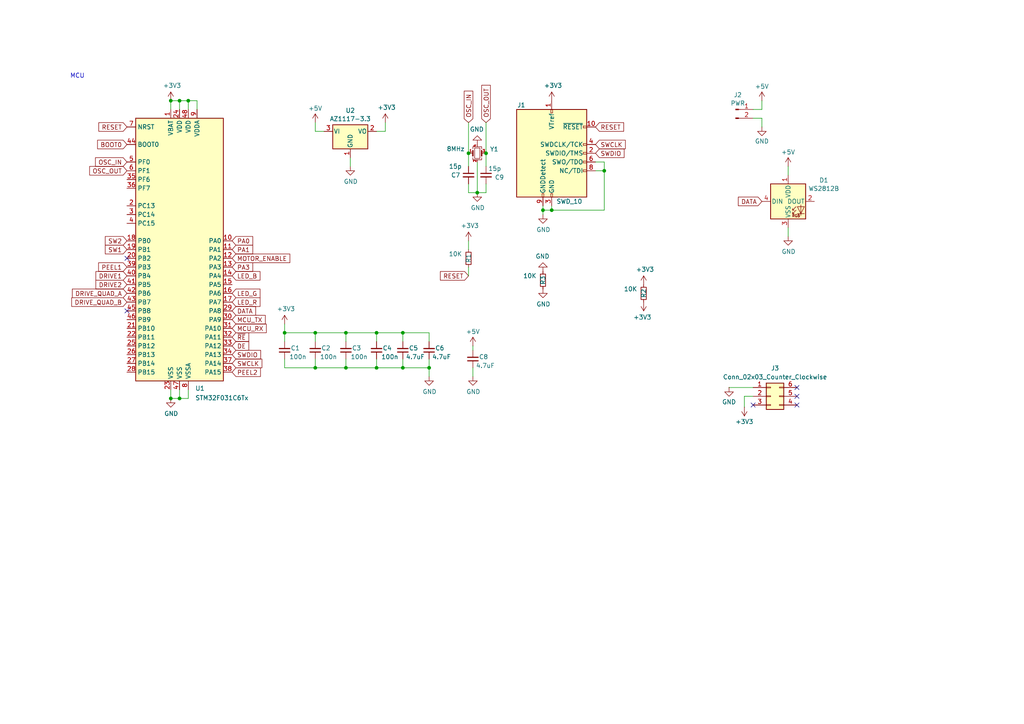
<source format=kicad_sch>
(kicad_sch (version 20231120) (generator "eeschema") (generator_version "8.0")
  (paper "A4")
  (lib_symbols
    (symbol "+3V3_1" (power) (pin_numbers hide) (pin_names (offset 0) hide)
      (property "Value" "+3V3" (at 0 3.556 0))
      (symbol "+3V3_1_0_1"
        (polyline (pts (xy -0.762 1.27) (xy 0 2.54)))
        (polyline (pts (xy 0 0) (xy 0 2.54)))
        (polyline (pts (xy 0 2.54) (xy 0.762 1.27)))
      )
      (symbol "+3V3_1_1_1"
        (pin power_in line (at 0 0 90) (length 0) (name "~") (number "1"))
      )
    )
    (symbol "Connector:Conn_01x02_Pin" (pin_names (offset 1.016) hide)
      (property "Reference" "J" (at 0 2.54 0))
      (property "Value" "Conn_01x02_Pin" (at 0 -5.08 0))
      (symbol "Conn_01x02_Pin_1_1"
        (polyline (pts (xy 1.27 -2.54) (xy 0.8636 -2.54)) (stroke (width 0.1524)))
        (polyline (pts (xy 1.27 0) (xy 0.8636 0)) (stroke (width 0.1524)))
        (rectangle (start 0.8636 -2.413) (end 0 -2.667) (stroke (width 0.1524)) (fill (type outline)))
        (rectangle (start 0.8636 0.127) (end 0 -0.127) (stroke (width 0.1524)) (fill (type outline)))
        (pin passive line (at 5.08 0 180) (length 3.81) (name "Pin_1") (number "1"))
        (pin passive line (at 5.08 -2.54 180) (length 3.81) (name "Pin_2") (number "2"))
      )
    )
    (symbol "Connector:Conn_ARM_JTAG_SWD_10" (pin_names (offset 1.016))
      (property "Reference" "J" (at -2.54 16.51 0))
      (property "Value" "Conn_ARM_JTAG_SWD_10" (at -2.54 13.97 0))
      (symbol "Conn_ARM_JTAG_SWD_10_0_1"
        (rectangle (start -10.16 12.7) (end 10.16 -12.7) (stroke (width 0.254)) (fill (type background)))
        (rectangle (start -2.794 -12.7) (end -2.286 -11.684))
        (rectangle (start -0.254 -12.7) (end 0.254 -11.684))
        (rectangle (start -0.254 12.7) (end 0.254 11.684))
        (rectangle (start 9.144 2.286) (end 10.16 2.794))
        (rectangle (start 10.16 -2.794) (end 9.144 -2.286))
        (rectangle (start 10.16 -0.254) (end 9.144 0.254))
        (rectangle (start 10.16 7.874) (end 9.144 7.366))
      )
      (symbol "Conn_ARM_JTAG_SWD_10_1_1"
        (rectangle (start 9.144 -5.334) (end 10.16 -4.826))
        (pin power_in line (at 0 15.24 270) (length 2.54) (name "VTref") (number "1"))
        (pin open_collector line (at 12.7 7.62 180) (length 2.54) (name "~{RESET}") (number "10"))
        (pin bidirectional line (at 12.7 0 180) (length 2.54) (name "SWDIO/TMS") (number "2"))
        (pin power_in line (at 0 -15.24 90) (length 2.54) (name "GND") (number "3"))
        (pin output line (at 12.7 2.54 180) (length 2.54) (name "SWDCLK/TCK") (number "4"))
        (pin passive line (at 0 -15.24 90) (length 2.54) hide (name "GND") (number "5"))
        (pin input line (at 12.7 -2.54 180) (length 2.54) (name "SWO/TDO") (number "6"))
        (pin no_connect line (at -10.16 0 0) (length 2.54) hide (name "KEY") (number "7"))
        (pin output line (at 12.7 -5.08 180) (length 2.54) (name "NC/TDI") (number "8"))
        (pin passive line (at -2.54 -15.24 90) (length 2.54) (name "GNDDetect") (number "9"))
      )
    )
    (symbol "Connector_Generic:Conn_02x03_Counter_Clockwise" (pin_names (offset 1.016) hide)
      (property "Reference" "J" (at 1.27 5.08 0))
      (property "Value" "Conn_02x03_Counter_Clockwise" (at 1.27 -5.08 0))
      (symbol "Conn_02x03_Counter_Clockwise_1_1"
        (rectangle (start -1.27 -2.413) (end 0 -2.667) (stroke (width 0.1524)))
        (rectangle (start -1.27 0.127) (end 0 -0.127) (stroke (width 0.1524)))
        (rectangle (start -1.27 2.667) (end 0 2.413) (stroke (width 0.1524)))
        (rectangle (start -1.27 3.81) (end 3.81 -3.81) (stroke (width 0.254)) (fill (type background)))
        (rectangle (start 3.81 -2.413) (end 2.54 -2.667) (stroke (width 0.1524)))
        (rectangle (start 3.81 0.127) (end 2.54 -0.127) (stroke (width 0.1524)))
        (rectangle (start 3.81 2.667) (end 2.54 2.413) (stroke (width 0.1524)))
        (pin passive line (at -5.08 2.54 0) (length 3.81) (name "Pin_1") (number "1"))
        (pin passive line (at -5.08 0 0) (length 3.81) (name "Pin_2") (number "2"))
        (pin passive line (at -5.08 -2.54 0) (length 3.81) (name "Pin_3") (number "3"))
        (pin passive line (at 7.62 -2.54 180) (length 3.81) (name "Pin_4") (number "4"))
        (pin passive line (at 7.62 0 180) (length 3.81) (name "Pin_5") (number "5"))
        (pin passive line (at 7.62 2.54 180) (length 3.81) (name "Pin_6") (number "6"))
      )
    )
    (symbol "Device:C_Small" (pin_numbers hide) (pin_names (offset 0.254) hide)
      (property "Reference" "C" (at 0.254 1.778 0))
      (property "Value" "C_Small" (at 0.254 -2.032 0))
      (symbol "C_Small_0_1"
        (polyline (pts (xy -1.524 -0.508) (xy 1.524 -0.508)) (stroke (width 0.3302)))
        (polyline (pts (xy -1.524 0.508) (xy 1.524 0.508)) (stroke (width 0.3048)))
      )
      (symbol "C_Small_1_1"
        (pin passive line (at 0 2.54 270) (length 2.032) (name "~") (number "1"))
        (pin passive line (at 0 -2.54 90) (length 2.032) (name "~") (number "2"))
      )
    )
    (symbol "Device:Crystal_GND24_Small" (pin_names (offset 1.016) hide)
      (property "Reference" "Y" (at 1.27 4.445 0))
      (property "Value" "Crystal_GND24_Small" (at 1.27 2.54 0))
      (symbol "Crystal_GND24_Small_0_1"
        (rectangle (start -0.762 -1.524) (end 0.762 1.524))
        (polyline (pts (xy -1.27 -0.762) (xy -1.27 0.762)) (stroke (width 0.381)))
        (polyline (pts (xy 1.27 -0.762) (xy 1.27 0.762)) (stroke (width 0.381)))
        (polyline (pts (xy -1.27 -1.27) (xy -1.27 -1.905) (xy 1.27 -1.905) (xy 1.27 -1.27)))
        (polyline (pts (xy -1.27 1.27) (xy -1.27 1.905) (xy 1.27 1.905) (xy 1.27 1.27)))
      )
      (symbol "Crystal_GND24_Small_1_1"
        (pin passive line (at -2.54 0 0) (length 1.27) (name "1") (number "1"))
        (pin passive line (at 0 -2.54 90) (length 0.635) (name "2") (number "2"))
        (pin passive line (at 2.54 0 180) (length 1.27) (name "3") (number "3"))
        (pin passive line (at 0 2.54 270) (length 0.635) (name "4") (number "4"))
      )
    )
    (symbol "Device:R_Small" (pin_numbers hide) (pin_names (offset 0.254) hide)
      (property "Reference" "R" (at 0.762 0.508 0))
      (property "Value" "R_Small" (at 0.762 -1.016 0))
      (symbol "R_Small_0_1"
        (rectangle (start -0.762 1.778) (end 0.762 -1.778) (stroke (width 0.2032)))
      )
      (symbol "R_Small_1_1"
        (pin passive line (at 0 2.54 270) (length 0.762) (name "~") (number "1"))
        (pin passive line (at 0 -2.54 90) (length 0.762) (name "~") (number "2"))
      )
    )
    (symbol "GND_1" (power) (pin_numbers hide) (pin_names (offset 0) hide)
      (property "Value" "GND" (at 0 -3.81 0))
      (symbol "GND_1_0_1"
        (polyline (pts (xy 0 0) (xy 0 -1.27) (xy 1.27 -1.27) (xy 0 -2.54) (xy -1.27 -1.27) (xy 0 -1.27)))
      )
      (symbol "GND_1_1_1"
        (pin power_in line (at 0 0 270) (length 0) (name "~") (number "1"))
      )
    )
    (symbol "GND_2" (power) (pin_numbers hide) (pin_names (offset 0) hide)
      (property "Value" "GND" (at 0 -3.81 0))
      (symbol "GND_2_0_1"
        (polyline (pts (xy 0 0) (xy 0 -1.27) (xy 1.27 -1.27) (xy 0 -2.54) (xy -1.27 -1.27) (xy 0 -1.27)))
      )
      (symbol "GND_2_1_1"
        (pin power_in line (at 0 0 270) (length 0) (name "~") (number "1"))
      )
    )
    (symbol "LED:WS2812B" (pin_names (offset 0.254))
      (property "Reference" "D" (at 5.08 5.715 0))
      (property "Value" "WS2812B" (at 1.27 -5.715 0))
      (symbol "WS2812B_0_0"
        (text "RGB" (at 2.286 -4.191 0) (effects (font (size 0.762 0.762))))
      )
      (symbol "WS2812B_0_1"
        (polyline (pts (xy 1.27 -3.556) (xy 1.778 -3.556)))
        (polyline (pts (xy 1.27 -2.54) (xy 1.778 -2.54)))
        (polyline (pts (xy 4.699 -3.556) (xy 2.667 -3.556)))
        (polyline (pts (xy 2.286 -2.54) (xy 1.27 -3.556) (xy 1.27 -3.048)))
        (polyline (pts (xy 2.286 -1.524) (xy 1.27 -2.54) (xy 1.27 -2.032)))
        (polyline (pts (xy 3.683 -1.016) (xy 3.683 -3.556) (xy 3.683 -4.064)))
        (polyline (pts (xy 4.699 -1.524) (xy 2.667 -1.524) (xy 3.683 -3.556) (xy 4.699 -1.524)))
        (rectangle (start 5.08 5.08) (end -5.08 -5.08) (stroke (width 0.254)) (fill (type background)))
      )
      (symbol "WS2812B_1_1"
        (pin power_in line (at 0 7.62 270) (length 2.54) (name "VDD") (number "1"))
        (pin output line (at 7.62 0 180) (length 2.54) (name "DOUT") (number "2"))
        (pin power_in line (at 0 -7.62 90) (length 2.54) (name "VSS") (number "3"))
        (pin input line (at -7.62 0 0) (length 2.54) (name "DIN") (number "4"))
      )
    )
    (symbol "MCU_ST_STM32F0:STM32F031C6Tx"
      (property "Reference" "U" (at -12.7 39.37 0))
      (property "Value" "STM32F031C6Tx" (at 7.62 39.37 0))
      (symbol "STM32F031C6Tx_0_1"
        (rectangle (start -12.7 -38.1) (end 12.7 38.1) (stroke (width 0.254)) (fill (type background)))
      )
      (symbol "STM32F031C6Tx_1_1"
        (pin power_in line (at -2.54 40.64 270) (length 2.54) (name "VBAT") (number "1"))
        (pin bidirectional line (at 15.24 2.54 180) (length 2.54) (name "PA0") (number "10"))
        (pin bidirectional line (at 15.24 0 180) (length 2.54) (name "PA1") (number "11"))
        (pin bidirectional line (at 15.24 -2.54 180) (length 2.54) (name "PA2") (number "12"))
        (pin bidirectional line (at 15.24 -5.08 180) (length 2.54) (name "PA3") (number "13"))
        (pin bidirectional line (at 15.24 -7.62 180) (length 2.54) (name "PA4") (number "14"))
        (pin bidirectional line (at 15.24 -10.16 180) (length 2.54) (name "PA5") (number "15"))
        (pin bidirectional line (at 15.24 -12.7 180) (length 2.54) (name "PA6") (number "16"))
        (pin bidirectional line (at 15.24 -15.24 180) (length 2.54) (name "PA7") (number "17"))
        (pin bidirectional line (at -15.24 2.54 0) (length 2.54) (name "PB0") (number "18"))
        (pin bidirectional line (at -15.24 0 0) (length 2.54) (name "PB1") (number "19"))
        (pin bidirectional line (at -15.24 12.7 0) (length 2.54) (name "PC13") (number "2"))
        (pin bidirectional line (at -15.24 -2.54 0) (length 2.54) (name "PB2") (number "20"))
        (pin bidirectional line (at -15.24 -22.86 0) (length 2.54) (name "PB10") (number "21"))
        (pin bidirectional line (at -15.24 -25.4 0) (length 2.54) (name "PB11") (number "22"))
        (pin power_in line (at -2.54 -40.64 90) (length 2.54) (name "VSS") (number "23"))
        (pin power_in line (at 0 40.64 270) (length 2.54) (name "VDD") (number "24"))
        (pin bidirectional line (at -15.24 -27.94 0) (length 2.54) (name "PB12") (number "25"))
        (pin bidirectional line (at -15.24 -30.48 0) (length 2.54) (name "PB13") (number "26"))
        (pin bidirectional line (at -15.24 -33.02 0) (length 2.54) (name "PB14") (number "27"))
        (pin bidirectional line (at -15.24 -35.56 0) (length 2.54) (name "PB15") (number "28"))
        (pin bidirectional line (at 15.24 -17.78 180) (length 2.54) (name "PA8") (number "29"))
        (pin bidirectional line (at -15.24 10.16 0) (length 2.54) (name "PC14") (number "3"))
        (pin bidirectional line (at 15.24 -20.32 180) (length 2.54) (name "PA9") (number "30"))
        (pin bidirectional line (at 15.24 -22.86 180) (length 2.54) (name "PA10") (number "31"))
        (pin bidirectional line (at 15.24 -25.4 180) (length 2.54) (name "PA11") (number "32"))
        (pin bidirectional line (at 15.24 -27.94 180) (length 2.54) (name "PA12") (number "33"))
        (pin bidirectional line (at 15.24 -30.48 180) (length 2.54) (name "PA13") (number "34"))
        (pin bidirectional line (at -15.24 20.32 0) (length 2.54) (name "PF6") (number "35"))
        (pin bidirectional line (at -15.24 17.78 0) (length 2.54) (name "PF7") (number "36"))
        (pin bidirectional line (at 15.24 -33.02 180) (length 2.54) (name "PA14") (number "37"))
        (pin bidirectional line (at 15.24 -35.56 180) (length 2.54) (name "PA15") (number "38"))
        (pin bidirectional line (at -15.24 -5.08 0) (length 2.54) (name "PB3") (number "39"))
        (pin bidirectional line (at -15.24 7.62 0) (length 2.54) (name "PC15") (number "4"))
        (pin bidirectional line (at -15.24 -7.62 0) (length 2.54) (name "PB4") (number "40"))
        (pin bidirectional line (at -15.24 -10.16 0) (length 2.54) (name "PB5") (number "41"))
        (pin bidirectional line (at -15.24 -12.7 0) (length 2.54) (name "PB6") (number "42"))
        (pin bidirectional line (at -15.24 -15.24 0) (length 2.54) (name "PB7") (number "43"))
        (pin input line (at -15.24 30.48 0) (length 2.54) (name "BOOT0") (number "44"))
        (pin bidirectional line (at -15.24 -17.78 0) (length 2.54) (name "PB8") (number "45"))
        (pin bidirectional line (at -15.24 -20.32 0) (length 2.54) (name "PB9") (number "46"))
        (pin power_in line (at 0 -40.64 90) (length 2.54) (name "VSS") (number "47"))
        (pin power_in line (at 2.54 40.64 270) (length 2.54) (name "VDD") (number "48"))
        (pin input line (at -15.24 25.4 0) (length 2.54) (name "PF0") (number "5"))
        (pin input line (at -15.24 22.86 0) (length 2.54) (name "PF1") (number "6"))
        (pin input line (at -15.24 35.56 0) (length 2.54) (name "NRST") (number "7"))
        (pin power_in line (at 2.54 -40.64 90) (length 2.54) (name "VSSA") (number "8"))
        (pin power_in line (at 5.08 40.64 270) (length 2.54) (name "VDDA") (number "9"))
      )
    )
    (symbol "Regulator_Linear:AZ1117-3.3" (pin_names (offset 0.254))
      (property "Reference" "U" (at -3.81 3.175 0))
      (property "Value" "AZ1117-3.3" (at 0 3.175 0))
      (symbol "AZ1117-3.3_0_1"
        (rectangle (start -5.08 1.905) (end 5.08 -5.08) (stroke (width 0.254)) (fill (type background)))
      )
      (symbol "AZ1117-3.3_1_1"
        (pin power_in line (at 0 -7.62 90) (length 2.54) (name "GND") (number "1"))
        (pin power_out line (at 7.62 0 180) (length 2.54) (name "VO") (number "2"))
        (pin power_in line (at -7.62 0 0) (length 2.54) (name "VI") (number "3"))
      )
    )
    (symbol "power:+3V3" (power) (pin_names (offset 0))
      (property "Value" "+3V3" (at 0 3.556 0))
      (symbol "+3V3_0_1"
        (polyline (pts (xy -0.762 1.27) (xy 0 2.54)))
        (polyline (pts (xy 0 0) (xy 0 2.54)))
        (polyline (pts (xy 0 2.54) (xy 0.762 1.27)))
      )
      (symbol "+3V3_1_1"
        (pin power_in line (at 0 0 90) (length 0) hide (name "+3V3") (number "1"))
      )
    )
    (symbol "power:+5V" (power) (pin_numbers hide) (pin_names (offset 0) hide)
      (property "Value" "+5V" (at 0 3.556 0))
      (symbol "+5V_0_1"
        (polyline (pts (xy -0.762 1.27) (xy 0 2.54)))
        (polyline (pts (xy 0 0) (xy 0 2.54)))
        (polyline (pts (xy 0 2.54) (xy 0.762 1.27)))
      )
      (symbol "+5V_1_1"
        (pin power_in line (at 0 0 90) (length 0) (name "~") (number "1"))
      )
    )
    (symbol "power:GND" (power) (pin_names (offset 0))
      (property "Value" "GND" (at 0 -3.81 0))
      (symbol "GND_0_1"
        (polyline (pts (xy 0 0) (xy 0 -1.27) (xy 1.27 -1.27) (xy 0 -2.54) (xy -1.27 -1.27) (xy 0 -1.27)))
      )
      (symbol "GND_1_1"
        (pin power_in line (at 0 0 270) (length 0) hide (name "GND") (number "1"))
      )
    )
  )
  (junction (at 116.84 96.52))
  (junction (at 160.02 60.96))
  (junction (at 175.26 49.53))
  (junction (at 91.44 106.68))
  (junction (at 109.22 106.68))
  (junction (at 52.07 29.21))
  (junction (at 82.55 96.52))
  (junction (at 54.61 29.21))
  (junction (at 52.07 115.57))
  (junction (at 138.43 55.88))
  (junction (at 100.33 96.52))
  (junction (at 49.53 29.21))
  (junction (at 100.33 106.68))
  (junction (at 116.84 106.68))
  (junction (at 157.48 60.96))
  (junction (at 124.46 106.68))
  (junction (at 91.44 96.52))
  (junction (at 109.22 96.52))
  (junction (at 49.53 115.57))
  (junction (at 140.97 44.45))
  (junction (at 135.89 44.45))
  (no_connect (at 36.83 74.93))
  (no_connect (at 218.44 117.475))
  (no_connect (at 231.14 114.935))
  (no_connect (at 231.14 117.475))
  (no_connect (at 36.83 90.17))
  (no_connect (at 231.14 112.395))
  (wire (pts (xy 109.22 96.52) (xy 109.22 99.06)))
  (wire (pts (xy 91.44 96.52) (xy 91.44 99.06)))
  (wire (pts (xy 82.55 104.14) (xy 82.55 106.68)))
  (wire (pts (xy 218.44 114.935) (xy 215.9 114.935)))
  (wire (pts (xy 91.44 96.52) (xy 82.55 96.52)))
  (wire (pts (xy 160.02 60.96) (xy 175.26 60.96)))
  (wire (pts (xy 52.07 29.21) (xy 52.07 31.75)))
  (wire (pts (xy 91.44 104.14) (xy 91.44 106.68)))
  (wire (pts (xy 124.46 99.06) (xy 124.46 96.52)))
  (wire (pts (xy 57.15 29.21) (xy 54.61 29.21)))
  (wire (pts (xy 54.61 113.03) (xy 54.61 115.57)))
  (wire (pts (xy 100.33 96.52) (xy 91.44 96.52)))
  (wire (pts (xy 93.98 38.1) (xy 91.44 38.1)))
  (wire (pts (xy 49.53 113.03) (xy 49.53 115.57)))
  (wire (pts (xy 124.46 96.52) (xy 116.84 96.52)))
  (wire (pts (xy 116.84 106.68) (xy 124.46 106.68)))
  (wire (pts (xy 215.9 114.935) (xy 215.9 118.11)))
  (wire (pts (xy 91.44 106.68) (xy 100.33 106.68)))
  (wire (pts (xy 137.16 106.68) (xy 137.16 109.22)))
  (wire (pts (xy 157.48 60.96) (xy 157.48 59.69)))
  (wire (pts (xy 140.97 55.88) (xy 140.97 53.34)))
  (wire (pts (xy 116.84 104.14) (xy 116.84 106.68)))
  (wire (pts (xy 109.22 96.52) (xy 100.33 96.52)))
  (wire (pts (xy 52.07 29.21) (xy 49.53 29.21)))
  (wire (pts (xy 49.53 29.21) (xy 49.53 31.75)))
  (wire (pts (xy 100.33 96.52) (xy 100.33 99.06)))
  (wire (pts (xy 175.26 46.99) (xy 175.26 49.53)))
  (wire (pts (xy 109.22 38.1) (xy 111.76 38.1)))
  (wire (pts (xy 220.98 34.29) (xy 220.98 36.83)))
  (wire (pts (xy 124.46 104.14) (xy 124.46 106.68)))
  (wire (pts (xy 111.76 38.1) (xy 111.76 35.56)))
  (wire (pts (xy 228.6 48.26) (xy 228.6 50.8)))
  (wire (pts (xy 124.46 106.68) (xy 124.46 109.22)))
  (wire (pts (xy 52.07 113.03) (xy 52.07 115.57)))
  (wire (pts (xy 140.97 48.26) (xy 140.97 44.45)))
  (wire (pts (xy 157.48 62.23) (xy 157.48 60.96)))
  (wire (pts (xy 116.84 96.52) (xy 116.84 99.06)))
  (wire (pts (xy 138.43 46.99) (xy 138.43 55.88)))
  (wire (pts (xy 220.98 31.75) (xy 220.98 29.21)))
  (wire (pts (xy 172.72 49.53) (xy 175.26 49.53)))
  (wire (pts (xy 228.6 66.04) (xy 228.6 68.58)))
  (wire (pts (xy 52.07 115.57) (xy 49.53 115.57)))
  (wire (pts (xy 82.55 96.52) (xy 82.55 93.98)))
  (wire (pts (xy 140.97 55.88) (xy 138.43 55.88)))
  (wire (pts (xy 100.33 106.68) (xy 109.22 106.68)))
  (wire (pts (xy 101.6 45.72) (xy 101.6 48.26)))
  (wire (pts (xy 135.89 55.88) (xy 135.89 53.34)))
  (wire (pts (xy 91.44 38.1) (xy 91.44 35.56)))
  (wire (pts (xy 109.22 104.14) (xy 109.22 106.68)))
  (wire (pts (xy 175.26 49.53) (xy 175.26 60.96)))
  (wire (pts (xy 135.89 35.56) (xy 135.89 44.45)))
  (wire (pts (xy 157.48 60.96) (xy 160.02 60.96)))
  (wire (pts (xy 54.61 115.57) (xy 52.07 115.57)))
  (wire (pts (xy 135.89 69.85) (xy 135.89 72.39)))
  (wire (pts (xy 54.61 29.21) (xy 52.07 29.21)))
  (wire (pts (xy 57.15 31.75) (xy 57.15 29.21)))
  (wire (pts (xy 137.16 100.33) (xy 137.16 101.6)))
  (wire (pts (xy 160.02 60.96) (xy 160.02 59.69)))
  (wire (pts (xy 172.72 46.99) (xy 175.26 46.99)))
  (wire (pts (xy 135.89 80.01) (xy 135.89 77.47)))
  (wire (pts (xy 54.61 29.21) (xy 54.61 31.75)))
  (wire (pts (xy 218.44 34.29) (xy 220.98 34.29)))
  (wire (pts (xy 109.22 106.68) (xy 116.84 106.68)))
  (wire (pts (xy 211.455 112.395) (xy 218.44 112.395)))
  (wire (pts (xy 82.55 106.68) (xy 91.44 106.68)))
  (wire (pts (xy 135.89 44.45) (xy 135.89 48.26)))
  (wire (pts (xy 82.55 96.52) (xy 82.55 99.06)))
  (wire (pts (xy 138.43 55.88) (xy 135.89 55.88)))
  (wire (pts (xy 100.33 104.14) (xy 100.33 106.68)))
  (wire (pts (xy 116.84 96.52) (xy 109.22 96.52)))
  (wire (pts (xy 140.97 44.45) (xy 140.97 35.56)))
  (wire (pts (xy 218.44 31.75) (xy 220.98 31.75)))
  (text "MCU" (at 20.32 22.86 0) (effects (font (size 1.27 1.27)) (justify left bottom)))
  (global_label "DATA" (shape input) (at 220.98 58.42 180) (property "Intersheetrefs" "${INTERSHEET_REFS}" (effects (hide yes))))
  (global_label "MOTOR_ENABLE" (shape input) (at 67.31 74.93 0) (property "Intersheetrefs" "${INTERSHEET_REFS}" (effects (hide yes))))
  (global_label "SWDIO" (shape input) (at 67.31 102.87 0) (property "Intersheetrefs" "${INTERSHEET_REFS}" (effects (hide yes))))
  (global_label "RESET" (shape input) (at 36.83 36.83 180) (property "Intersheetrefs" "${INTERSHEET_REFS}" (effects (hide yes))))
  (global_label "DRIVE2" (shape input) (at 36.83 82.55 180) (property "Intersheetrefs" "${INTERSHEET_REFS}" (effects (hide yes))))
  (global_label "LED_R" (shape input) (at 67.31 87.63 0) (property "Intersheetrefs" "${INTERSHEET_REFS}" (effects (hide yes))))
  (global_label "PEEL1" (shape input) (at 36.83 77.47 180) (property "Intersheetrefs" "${INTERSHEET_REFS}" (effects (hide yes))))
  (global_label "LED_G" (shape input) (at 67.31 85.09 0) (property "Intersheetrefs" "${INTERSHEET_REFS}" (effects (hide yes))))
  (global_label "SWDIO" (shape input) (at 172.72 44.45 0) (property "Intersheetrefs" "${INTERSHEET_REFS}" (effects (hide yes))))
  (global_label "SW1" (shape input) (at 36.83 72.39 180) (property "Intersheetrefs" "${INTERSHEET_REFS}" (effects (hide yes))))
  (global_label "BOOT0" (shape input) (at 36.83 41.91 180) (property "Intersheetrefs" "${INTERSHEET_REFS}" (effects (hide yes))))
  (global_label "DRIVE_QUAD_B" (shape input) (at 36.83 87.63 180) (property "Intersheetrefs" "${INTERSHEET_REFS}" (effects (hide yes))))
  (global_label "DATA" (shape input) (at 67.31 90.17 0) (property "Intersheetrefs" "${INTERSHEET_REFS}" (effects (hide yes))))
  (global_label "MCU_TX" (shape input) (at 67.31 92.71 0) (property "Intersheetrefs" "${INTERSHEET_REFS}" (effects (hide yes))))
  (global_label "SW2" (shape input) (at 36.83 69.85 180) (property "Intersheetrefs" "${INTERSHEET_REFS}" (effects (hide yes))))
  (global_label "PA1" (shape input) (at 67.31 72.39 0) (property "Intersheetrefs" "${INTERSHEET_REFS}" (effects (hide yes))))
  (global_label "OSC_IN" (shape input) (at 135.89 35.56 90) (property "Intersheetrefs" "${INTERSHEET_REFS}" (effects (hide yes))))
  (global_label "~{RE}" (shape input) (at 67.31 97.79 0) (property "Intersheetrefs" "${INTERSHEET_REFS}" (effects (hide yes))))
  (global_label "RESET" (shape input) (at 172.72 36.83 0) (property "Intersheetrefs" "${INTERSHEET_REFS}" (effects (hide yes))))
  (global_label "PEEL2" (shape input) (at 67.31 107.95 0) (property "Intersheetrefs" "${INTERSHEET_REFS}" (effects (hide yes))))
  (global_label "DRIVE1" (shape input) (at 36.83 80.01 180) (property "Intersheetrefs" "${INTERSHEET_REFS}" (effects (hide yes))))
  (global_label "MCU_RX" (shape input) (at 67.31 95.25 0) (property "Intersheetrefs" "${INTERSHEET_REFS}" (effects (hide yes))))
  (global_label "SWCLK" (shape input) (at 67.31 105.41 0) (property "Intersheetrefs" "${INTERSHEET_REFS}" (effects (hide yes))))
  (global_label "OSC_IN" (shape input) (at 36.83 46.99 180) (property "Intersheetrefs" "${INTERSHEET_REFS}" (effects (hide yes))))
  (global_label "DRIVE_QUAD_A" (shape input) (at 36.83 85.09 180) (property "Intersheetrefs" "${INTERSHEET_REFS}" (effects (hide yes))))
  (global_label "PA3" (shape input) (at 67.31 77.47 0) (property "Intersheetrefs" "${INTERSHEET_REFS}" (effects (hide yes))))
  (global_label "PA0" (shape input) (at 67.31 69.85 0) (property "Intersheetrefs" "${INTERSHEET_REFS}" (effects (hide yes))))
  (global_label "OSC_OUT" (shape input) (at 140.97 35.56 90) (property "Intersheetrefs" "${INTERSHEET_REFS}" (effects (hide yes))))
  (global_label "RESET" (shape input) (at 135.89 80.01 180) (property "Intersheetrefs" "${INTERSHEET_REFS}" (effects (hide yes))))
  (global_label "OSC_OUT" (shape input) (at 36.83 49.53 180) (property "Intersheetrefs" "${INTERSHEET_REFS}" (effects (hide yes))))
  (global_label "LED_B" (shape input) (at 67.31 80.01 0) (property "Intersheetrefs" "${INTERSHEET_REFS}" (effects (hide yes))))
  (global_label "DE" (shape input) (at 67.31 100.33 0) (property "Intersheetrefs" "${INTERSHEET_REFS}" (effects (hide yes))))
  (global_label "SWCLK" (shape input) (at 172.72 41.91 0) (property "Intersheetrefs" "${INTERSHEET_REFS}" (effects (hide yes))))
  (symbol (lib_id "power:+5V") (at 137.16 100.33 0) (unit 1)
    (property "Reference" "#PWR08" (effects (hide yes)))
    (property "Value" "+5V" (at 137.16 96.1969 0))
    (property "Description" "Power symbol creates a global label with name \"+5V\"" (effects (hide yes)))
  )
  (symbol (lib_id "power:+5V") (at 220.98 29.21 0) (unit 1)
    (property "Reference" "#PWR04" (effects (hide yes)))
    (property "Value" "+5V" (at 220.98 25.0769 0))
    (property "Description" "Power symbol creates a global label with name \"+5V\"" (effects (hide yes)))
  )
  (symbol (lib_id "power:GND") (at 157.48 78.74 180) (unit 1)
    (property "Reference" "#PWR022" (effects (hide yes)))
    (property "Value" "GND" (at 157.353 74.3458 0))
  )
  (symbol (lib_id "power:GND") (at 101.6 48.26 0) (unit 1)
    (property "Reference" "#PWR018" (effects (hide yes)))
    (property "Value" "GND" (at 101.727 52.6542 0))
  )
  (symbol (lib_id "power:+5V") (at 91.44 35.56 0) (unit 1)
    (property "Reference" "#PWR016" (effects (hide yes)))
    (property "Value" "+5V" (at 91.44 31.4269 0))
    (property "Description" "Power symbol creates a global label with name \"+5V\"" (effects (hide yes)))
  )
  (symbol (lib_id "Device:R_Small") (at 135.89 74.93 180) (unit 1)
    (property "Reference" "R1" (at 135.89 74.93 90))
    (property "Value" "10K" (at 132.08 73.66 0))
    (property "Footprint" "Resistor_SMD:R_0805_2012Metric" (effects (hide yes)))
    (property "JLCPCB" "C17513" (effects (hide yes)))
    (property "LCSC" "C17513" (effects (hide yes)))
  )
  (symbol (lib_id "power:GND") (at 228.6 68.58 0) (unit 1)
    (property "Reference" "#PWR012" (effects (hide yes)))
    (property "Value" "GND" (at 228.727 72.9742 0))
  )
  (symbol (lib_id "power:GND") (at 157.48 83.82 0) (unit 1)
    (property "Reference" "#PWR021" (effects (hide yes)))
    (property "Value" "GND" (at 157.607 88.2142 0))
  )
  (symbol (lib_id "MCU_ST_STM32F0:STM32F031C6Tx") (at 52.07 72.39 0) (unit 1)
    (property "Reference" "U1" (at 56.6294 112.6395 0) (effects (justify left)))
    (property "Value" "STM32F031C6Tx" (at 56.6294 115.4146 0) (effects (justify left)))
    (property "Footprint" "Package_QFP:LQFP-48_7x7mm_P0.5mm" (effects (hide yes)))
    (property "Datasheet" "http://www.st.com/st-web-ui/static/active/en/resource/technical/document/datasheet/DM00104043.pdf" (effects (hide yes)))
  )
  (symbol (lib_id "power:+5V") (at 228.6 48.26 0) (unit 1)
    (property "Reference" "#PWR014" (effects (hide yes)))
    (property "Value" "+5V" (at 228.6 44.1269 0))
    (property "Description" "Power symbol creates a global label with name \"+5V\"" (effects (hide yes)))
  )
  (symbol (lib_id "power:+3V3") (at 49.53 29.21 0) (unit 1)
    (property "Reference" "#PWR01" (effects (hide yes)))
    (property "Value" "+3V3" (at 49.911 24.8158 0))
  )
  (symbol (lib_id "power:+3V3") (at 82.55 93.98 0) (unit 1)
    (property "Reference" "#PWR03" (effects (hide yes)))
    (property "Value" "+3V3" (at 82.931 89.5858 0))
  )
  (symbol (lib_id "Device:R_Small") (at 157.48 81.28 180) (unit 1)
    (property "Reference" "R3" (at 157.48 81.28 90))
    (property "Value" "10K" (at 153.67 80.01 0))
    (property "Footprint" "Resistor_SMD:R_0805_2012Metric" (effects (hide yes)))
    (property "JLCPCB" "C17513" (effects (hide yes)))
    (property "LCSC" "C17513" (effects (hide yes)))
  )
  (symbol (lib_id "power:+3V3") (at 186.69 82.55 0) (unit 1)
    (property "Reference" "#PWR019" (effects (hide yes)))
    (property "Value" "+3V3" (at 187.071 78.1558 0))
  )
  (symbol (lib_id "Connector_Generic:Conn_02x03_Counter_Clockwise") (at 223.52 114.935 0) (unit 1)
    (property "Reference" "J3" (at 224.79 106.7998 0))
    (property "Value" "Conn_02x03_Counter_Clockwise" (at 224.79 109.3446 0))
    (property "Footprint" "Connector_PinHeader_2.54mm:PinHeader_2x03_P2.54mm_Vertical" (effects (hide yes)))
    (property "Description" "Generic connector, double row, 02x03, counter clockwise pin numbering scheme (similar to DIP package numbering), script generated (kicad-library-utils/schlib/autogen/connector/)" (effects (hide yes)))
  )
  (symbol (lib_id "Device:R_Small") (at 186.69 85.09 180) (unit 1)
    (property "Reference" "R2" (at 186.69 85.09 90))
    (property "Value" "10K" (at 182.88 83.82 0))
    (property "Footprint" "Resistor_SMD:R_0805_2012Metric" (effects (hide yes)))
    (property "JLCPCB" "C17513" (effects (hide yes)))
    (property "LCSC" "C17513" (effects (hide yes)))
  )
  (symbol (lib_id "power:GND") (at 138.43 41.91 180) (unit 1)
    (property "Reference" "#PWR010" (effects (hide yes)))
    (property "Value" "GND" (at 138.303 37.5158 0))
  )
  (symbol (lib_id "power:GND") (at 49.53 115.57 0) (unit 1)
    (property "Reference" "#PWR02" (effects (hide yes)))
    (property "Value" "GND" (at 49.657 119.9642 0))
  )
  (symbol (lib_id "power:GND") (at 138.43 55.88 0) (unit 1)
    (property "Reference" "#PWR011" (effects (hide yes)))
    (property "Value" "GND" (at 138.557 60.2742 0))
  )
  (symbol (lib_id "Device:C_Small") (at 116.84 101.6 180) (unit 1)
    (property "Reference" "C5" (at 121.285 100.965 0) (effects (justify left)))
    (property "Value" "4.7uF" (at 123.19 103.505 0) (effects (justify left)))
    (property "Footprint" "Capacitor_SMD:C_0805_2012Metric" (effects (hide yes)))
    (property "JLCPCB" "C49678" (effects (hide yes)))
    (property "LCSC" "C476766" (effects (hide yes)))
  )
  (symbol (lib_id "LED:WS2812B") (at 228.6 58.42 0) (unit 1)
    (property "Reference" "D1" (at 238.9376 52.275 0))
    (property "Value" "WS2812B" (at 238.9376 54.6993 0))
    (property "Footprint" "LED_SMD:LED_WS2812B_PLCC4_5.0x5.0mm_P3.2mm" (effects (hide yes)))
    (property "Datasheet" "https://cdn-shop.adafruit.com/datasheets/WS2812B.pdf" (effects (hide yes)))
    (property "Description" "RGB LED with integrated controller" (effects (hide yes)))
  )
  (symbol (lib_id "power:+3V3") (at 186.69 87.63 180) (unit 1)
    (property "Reference" "#PWR020" (effects (hide yes)))
    (property "Value" "+3V3" (at 186.309 92.0242 0))
  )
  (symbol (lib_id "Connector:Conn_ARM_JTAG_SWD_10") (at 160.02 44.45 0) (unit 1)
    (property "Reference" "J1" (at 152.4 30.48 0) (effects (justify right)))
    (property "Value" "SWD_10" (at 168.91 58.42 0) (effects (justify right)))
    (property "Footprint" "Connector_PinHeader_1.27mm:PinHeader_2x05_P1.27mm_Vertical_SMD" (effects (hide yes)))
    (property "Datasheet" "http://infocenter.arm.com/help/topic/com.arm.doc.ddi0314h/DDI0314H_coresight_components_trm.pdf" (effects (hide yes)))
  )
  (symbol (lib_id "Device:C_Small") (at 135.89 50.8 0) (unit 1)
    (property "Reference" "C7" (at 130.81 50.8 0) (effects (justify left)))
    (property "Value" "15p" (at 130.175 48.26 0) (effects (justify left)))
    (property "Footprint" "Capacitor_SMD:C_0805_2012Metric" (effects (hide yes)))
    (property "JLCPCB" "C1794" (effects (hide yes)))
    (property "LCSC" "C376865" (effects (hide yes)))
  )
  (symbol (lib_id "Device:C_Small") (at 91.44 101.6 180) (unit 1)
    (property "Reference" "C2" (at 95.885 100.965 0) (effects (justify left)))
    (property "Value" "100n" (at 97.79 103.505 0) (effects (justify left)))
    (property "Footprint" "Capacitor_SMD:C_0805_2012Metric" (effects (hide yes)))
    (property "JLCPCB" "C49678" (effects (hide yes)))
    (property "LCSC" "C476766" (effects (hide yes)))
  )
  (symbol (lib_id "Connector:Conn_01x02_Pin") (at 213.36 31.75 0) (unit 1)
    (property "Reference" "J2" (at 213.995 27.5293 0))
    (property "Value" "PWR" (at 213.995 29.9536 0))
    (property "Footprint" "TestPoint:TestPoint_2Pads_Pitch5.08mm_Drill1.3mm" (effects (hide yes)))
    (property "Description" "Generic connector, single row, 01x02, script generated" (effects (hide yes)))
  )
  (symbol (lib_name "GND_1") (lib_id "power:GND") (at 220.98 36.83 0) (unit 1)
    (property "Reference" "#PWR05" (effects (hide yes)))
    (property "Value" "GND" (at 220.98 40.9631 0))
    (property "Description" "Power symbol creates a global label with name \"GND\" , ground" (effects (hide yes)))
  )
  (symbol (lib_id "Regulator_Linear:AZ1117-3.3") (at 101.6 38.1 0) (unit 1)
    (property "Reference" "U2" (at 101.6 32.0505 0))
    (property "Value" "AZ1117-3.3" (at 101.6 34.4748 0))
    (property "Footprint" "Package_TO_SOT_SMD:SOT-223-3_TabPin2" (effects (hide yes)))
    (property "Datasheet" "https://www.diodes.com/assets/Datasheets/AZ1117.pdf" (effects (hide yes)))
    (property "Description" "1A 20V Fixed LDO Linear Regulator, 3.3V, SOT-89/SOT-223/TO-220/TO-252/TO-263" (effects (hide yes)))
  )
  (symbol (lib_id "Device:C_Small") (at 140.97 50.8 0) (unit 1)
    (property "Reference" "C9" (at 143.51 51.435 0) (effects (justify left)))
    (property "Value" "15p" (at 141.605 48.895 0) (effects (justify left)))
    (property "Footprint" "Capacitor_SMD:C_0805_2012Metric" (effects (hide yes)))
    (property "JLCPCB" "C1794" (effects (hide yes)))
    (property "LCSC" "C376865" (effects (hide yes)))
  )
  (symbol (lib_id "Device:C_Small") (at 100.33 101.6 180) (unit 1)
    (property "Reference" "C3" (at 104.775 100.965 0) (effects (justify left)))
    (property "Value" "100n" (at 106.68 103.505 0) (effects (justify left)))
    (property "Footprint" "Capacitor_SMD:C_0805_2012Metric" (effects (hide yes)))
    (property "JLCPCB" "C49678" (effects (hide yes)))
    (property "LCSC" "C476766" (effects (hide yes)))
  )
  (symbol (lib_id "Device:C_Small") (at 124.46 101.6 180) (unit 1)
    (property "Reference" "C6" (at 128.905 100.965 0) (effects (justify left)))
    (property "Value" "4.7uF" (at 130.81 103.505 0) (effects (justify left)))
    (property "Footprint" "Capacitor_SMD:C_0805_2012Metric" (effects (hide yes)))
    (property "JLCPCB" "C49678" (effects (hide yes)))
    (property "LCSC" "C476766" (effects (hide yes)))
  )
  (symbol (lib_id "power:+3V3") (at 135.89 69.85 0) (unit 1)
    (property "Reference" "#PWR07" (effects (hide yes)))
    (property "Value" "+3V3" (at 136.271 65.4558 0))
  )
  (symbol (lib_id "Device:Crystal_GND24_Small") (at 138.43 44.45 0) (unit 1)
    (property "Reference" "Y1" (at 142.0876 43.2816 0) (effects (justify left)))
    (property "Value" "8MHz" (at 129.54 43.18 0) (effects (justify left)))
    (property "Footprint" "Crystal:Crystal_SMD_3225-4Pin_3.2x2.5mm_HandSoldering" (effects (hide yes)))
    (property "JLCPCB" "C253751" (effects (hide yes)))
    (property "LCSC" "C648984" (effects (hide yes)))
  )
  (symbol (lib_id "power:GND") (at 124.46 109.22 0) (unit 1)
    (property "Reference" "#PWR06" (effects (hide yes)))
    (property "Value" "GND" (at 124.587 113.6142 0))
  )
  (symbol (lib_name "+3V3_1") (lib_id "power:+3V3") (at 215.9 118.11 180) (unit 1)
    (property "Reference" "#PWR024" (effects (hide yes)))
    (property "Value" "+3V3" (at 215.9 122.3034 0))
    (property "Description" "Power symbol creates a global label with name \"+3V3\"" (effects (hide yes)))
  )
  (symbol (lib_id "power:+3V3") (at 160.02 29.21 0) (unit 1)
    (property "Reference" "#PWR015" (effects (hide yes)))
    (property "Value" "+3V3" (at 160.401 24.8158 0))
  )
  (symbol (lib_id "power:GND") (at 157.48 62.23 0) (unit 1)
    (property "Reference" "#PWR013" (effects (hide yes)))
    (property "Value" "GND" (at 157.607 66.6242 0))
  )
  (symbol (lib_id "Device:C_Small") (at 82.55 101.6 180) (unit 1)
    (property "Reference" "C1" (at 86.995 100.965 0) (effects (justify left)))
    (property "Value" "100n" (at 88.9 103.505 0) (effects (justify left)))
    (property "Footprint" "Capacitor_SMD:C_0805_2012Metric" (effects (hide yes)))
    (property "JLCPCB" "C49678" (effects (hide yes)))
    (property "LCSC" "C476766" (effects (hide yes)))
  )
  (symbol (lib_id "Device:C_Small") (at 109.22 101.6 180) (unit 1)
    (property "Reference" "C4" (at 113.665 100.965 0) (effects (justify left)))
    (property "Value" "100n" (at 115.57 103.505 0) (effects (justify left)))
    (property "Footprint" "Capacitor_SMD:C_0805_2012Metric" (effects (hide yes)))
    (property "JLCPCB" "C49678" (effects (hide yes)))
    (property "LCSC" "C476766" (effects (hide yes)))
  )
  (symbol (lib_id "power:GND") (at 137.16 109.22 0) (unit 1)
    (property "Reference" "#PWR09" (effects (hide yes)))
    (property "Value" "GND" (at 137.287 113.6142 0))
  )
  (symbol (lib_id "power:+3V3") (at 111.76 35.56 0) (unit 1)
    (property "Reference" "#PWR017" (effects (hide yes)))
    (property "Value" "+3V3" (at 112.141 31.1658 0))
  )
  (symbol (lib_name "GND_2") (lib_id "power:GND") (at 211.455 112.395 0) (unit 1)
    (property "Reference" "#PWR023" (effects (hide yes)))
    (property "Value" "GND" (at 211.455 116.5884 0))
    (property "Description" "Power symbol creates a global label with name \"GND\" , ground" (effects (hide yes)))
  )
  (symbol (lib_id "Device:C_Small") (at 137.16 104.14 180) (unit 1)
    (property "Reference" "C8" (at 141.605 103.505 0) (effects (justify left)))
    (property "Value" "4.7uF" (at 143.51 106.045 0) (effects (justify left)))
    (property "Footprint" "Capacitor_SMD:C_0805_2012Metric" (effects (hide yes)))
    (property "JLCPCB" "C49678" (effects (hide yes)))
    (property "LCSC" "C476766" (effects (hide yes)))
  )
)
</source>
